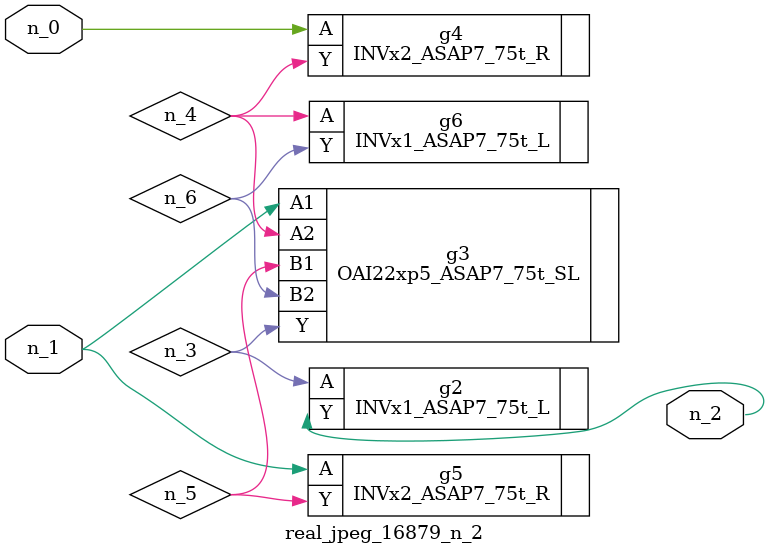
<source format=v>
module real_jpeg_16879_n_2 (n_1, n_0, n_2);

input n_1;
input n_0;

output n_2;

wire n_5;
wire n_4;
wire n_6;
wire n_3;

INVx2_ASAP7_75t_R g4 ( 
.A(n_0),
.Y(n_4)
);

OAI22xp5_ASAP7_75t_SL g3 ( 
.A1(n_1),
.A2(n_4),
.B1(n_5),
.B2(n_6),
.Y(n_3)
);

INVx2_ASAP7_75t_R g5 ( 
.A(n_1),
.Y(n_5)
);

INVx1_ASAP7_75t_L g2 ( 
.A(n_3),
.Y(n_2)
);

INVx1_ASAP7_75t_L g6 ( 
.A(n_4),
.Y(n_6)
);


endmodule
</source>
